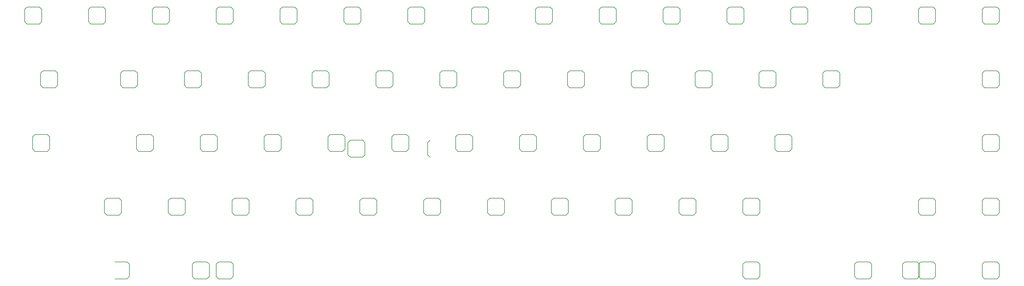
<source format=gbr>
%FSTAX23Y23*%
%MOIN*%
%SFA1B1*%

%IPPOS*%
%ADD145C,0.007870*%
%LNquadcube_65_pcb_mechanical_25-1*%
%LPD*%
G54D145*
X02896Y00936D02*
X03041D01*
X03068Y00909*
Y00764D02*
Y00909D01*
X03041Y00736D02*
X03068Y00764D01*
X02896Y00736D02*
X03041D01*
X02868Y00764D02*
X02896Y00736D01*
X02868Y00764D02*
Y00909D01*
X02896Y00936*
X01021Y02436D02*
X01166D01*
X01193Y02409*
Y02264D02*
Y02409D01*
X01166Y02236D02*
X01193Y02264D01*
X01021Y02236D02*
X01166D01*
X00993Y02264D02*
X01021Y02236D01*
X00993Y02264D02*
Y02409D01*
X01021Y02436*
X01677Y03936D02*
X01822D01*
X0185Y03909*
Y03764D02*
Y03909D01*
X01822Y03736D02*
X0185Y03764D01*
X01677Y03736D02*
X01822D01*
X0165Y03764D02*
X01677Y03736D01*
X0165Y03764D02*
Y03909D01*
X01677Y03936*
X02427D02*
X02572D01*
X026Y03909*
Y03764D02*
Y03909D01*
X02572Y03736D02*
X026Y03764D01*
X02427Y03736D02*
X02572D01*
X024Y03764D02*
X02427Y03736D01*
X024Y03764D02*
Y03909D01*
X02427Y03936*
X03177D02*
X03322D01*
X0335Y03909*
Y03764D02*
Y03909D01*
X03322Y03736D02*
X0335Y03764D01*
X03177Y03736D02*
X03322D01*
X0315Y03764D02*
X03177Y03736D01*
X0315Y03764D02*
Y03909D01*
X03177Y03936*
X03927D02*
X04072D01*
X041Y03909*
Y03764D02*
Y03909D01*
X04072Y03736D02*
X041Y03764D01*
X03927Y03736D02*
X04072D01*
X039Y03764D02*
X03927Y03736D01*
X039Y03764D02*
Y03909D01*
X03927Y03936*
X12177D02*
X12322D01*
X1235Y03909*
Y03764D02*
Y03909D01*
X12322Y03736D02*
X1235Y03764D01*
X12177Y03736D02*
X12322D01*
X1215Y03764D02*
X12177Y03736D01*
X1215Y03764D02*
Y03909D01*
X12177Y03936*
Y00936D02*
X12322D01*
X1235Y00909*
Y00764D02*
Y00909D01*
X12322Y00736D02*
X1235Y00764D01*
X12177Y00736D02*
X12322D01*
X1215Y00764D02*
X12177Y00736D01*
X1215Y00764D02*
Y00909D01*
X12177Y00936*
X11427Y01686D02*
X11572D01*
X116Y01659*
Y01514D02*
Y01659D01*
X11572Y01486D02*
X116Y01514D01*
X11427Y01486D02*
X11572D01*
X114Y01514D02*
X11427Y01486D01*
X114Y01514D02*
Y01659D01*
X11427Y01686*
X09552Y03186D02*
X09697D01*
X09725Y03159*
Y03014D02*
Y03159D01*
X09697Y02986D02*
X09725Y03014D01*
X09552Y02986D02*
X09697D01*
X09525Y03014D02*
X09552Y02986D01*
X09525Y03014D02*
Y03159D01*
X09552Y03186*
X08802D02*
X08947D01*
X08975Y03159*
Y03014D02*
Y03159D01*
X08947Y02986D02*
X08975Y03014D01*
X08802Y02986D02*
X08947D01*
X08775Y03014D02*
X08802Y02986D01*
X08775Y03014D02*
Y03159D01*
X08802Y03186*
X08052D02*
X08197D01*
X08225Y03159*
Y03014D02*
Y03159D01*
X08197Y02986D02*
X08225Y03014D01*
X08052Y02986D02*
X08197D01*
X08025Y03014D02*
X08052Y02986D01*
X08025Y03014D02*
Y03159D01*
X08052Y03186*
X07302D02*
X07447D01*
X07475Y03159*
Y03014D02*
Y03159D01*
X07447Y02986D02*
X07475Y03014D01*
X07302Y02986D02*
X07447D01*
X07275Y03014D02*
X07302Y02986D01*
X07275Y03014D02*
Y03159D01*
X07302Y03186*
X06552D02*
X06697D01*
X06725Y03159*
Y03014D02*
Y03159D01*
X06697Y02986D02*
X06725Y03014D01*
X06552Y02986D02*
X06697D01*
X06525Y03014D02*
X06552Y02986D01*
X06525Y03014D02*
Y03159D01*
X06552Y03186*
X09177Y03936D02*
X09322D01*
X0935Y03909*
Y03764D02*
Y03909D01*
X09322Y03736D02*
X0935Y03764D01*
X09177Y03736D02*
X09322D01*
X0915Y03764D02*
X09177Y03736D01*
X0915Y03764D02*
Y03909D01*
X09177Y03936*
X09927D02*
X10072D01*
X101Y03909*
Y03764D02*
Y03909D01*
X10072Y03736D02*
X101Y03764D01*
X09927Y03736D02*
X10072D01*
X099Y03764D02*
X09927Y03736D01*
X099Y03764D02*
Y03909D01*
X09927Y03936*
X08427D02*
X08572D01*
X086Y03909*
Y03764D02*
Y03909D01*
X08572Y03736D02*
X086Y03764D01*
X08427Y03736D02*
X08572D01*
X084Y03764D02*
X08427Y03736D01*
X084Y03764D02*
Y03909D01*
X08427Y03936*
X07677D02*
X07822D01*
X0785Y03909*
Y03764D02*
Y03909D01*
X07822Y03736D02*
X0785Y03764D01*
X07677Y03736D02*
X07822D01*
X0765Y03764D02*
X07677Y03736D01*
X0765Y03764D02*
Y03909D01*
X07677Y03936*
X06927D02*
X07072D01*
X071Y03909*
Y03764D02*
Y03909D01*
X07072Y03736D02*
X071Y03764D01*
X06927Y03736D02*
X07072D01*
X069Y03764D02*
X06927Y03736D01*
X069Y03764D02*
Y03909D01*
X06927Y03936*
X06177D02*
X06322D01*
X0635Y03909*
Y03764D02*
Y03909D01*
X06322Y03736D02*
X0635Y03764D01*
X06177Y03736D02*
X06322D01*
X0615Y03764D02*
X06177Y03736D01*
X0615Y03764D02*
Y03909D01*
X06177Y03936*
X05427D02*
X05572D01*
X056Y03909*
Y03764D02*
Y03909D01*
X05572Y03736D02*
X056Y03764D01*
X05427Y03736D02*
X05572D01*
X054Y03764D02*
X05427Y03736D01*
X054Y03764D02*
Y03909D01*
X05427Y03936*
X04677D02*
X04822D01*
X0485Y03909*
Y03764D02*
Y03909D01*
X04822Y03736D02*
X0485Y03764D01*
X04677Y03736D02*
X04822D01*
X0465Y03764D02*
X04677Y03736D01*
X0465Y03764D02*
Y03909D01*
X04677Y03936*
X05052Y03186D02*
X05197D01*
X05225Y03159*
Y03014D02*
Y03159D01*
X05197Y02986D02*
X05225Y03014D01*
X05052Y02986D02*
X05197D01*
X05025Y03014D02*
X05052Y02986D01*
X05025Y03014D02*
Y03159D01*
X05052Y03186*
X05802D02*
X05947D01*
X05975Y03159*
Y03014D02*
Y03159D01*
X05947Y02986D02*
X05975Y03014D01*
X05802Y02986D02*
X05947D01*
X05775Y03014D02*
X05802Y02986D01*
X05775Y03014D02*
Y03159D01*
X05802Y03186*
X04302D02*
X04447D01*
X04475Y03159*
Y03014D02*
Y03159D01*
X04447Y02986D02*
X04475Y03014D01*
X04302Y02986D02*
X04447D01*
X04275Y03014D02*
X04302Y02986D01*
X04275Y03014D02*
Y03159D01*
X04302Y03186*
X03552D02*
X03697D01*
X03725Y03159*
Y03014D02*
Y03159D01*
X03697Y02986D02*
X03725Y03014D01*
X03552Y02986D02*
X03697D01*
X03525Y03014D02*
X03552Y02986D01*
X03525Y03014D02*
Y03159D01*
X03552Y03186*
X01115D02*
X01259D01*
X01287Y03159*
Y03014D02*
Y03159D01*
X01259Y02986D02*
X01287Y03014D01*
X01115Y02986D02*
X01259D01*
X01087Y03014D02*
X01115Y02986D01*
X01087Y03014D02*
Y03159D01*
X01115Y03186*
X02052D02*
X02197D01*
X02225Y03159*
Y03014D02*
Y03159D01*
X02197Y02986D02*
X02225Y03014D01*
X02052Y02986D02*
X02197D01*
X02025Y03014D02*
X02052Y02986D01*
X02025Y03014D02*
Y03159D01*
X02052Y03186*
X02802D02*
X02947D01*
X02975Y03159*
Y03014D02*
Y03159D01*
X02947Y02986D02*
X02975Y03014D01*
X02802Y02986D02*
X02947D01*
X02775Y03014D02*
X02802Y02986D01*
X02775Y03014D02*
Y03159D01*
X02802Y03186*
X0224Y02436D02*
X02384D01*
X02412Y02409*
Y02264D02*
Y02409D01*
X02384Y02236D02*
X02412Y02264D01*
X0224Y02236D02*
X02384D01*
X02212Y02264D02*
X0224Y02236D01*
X02212Y02264D02*
Y02409D01*
X0224Y02436*
X0299D02*
X03134D01*
X03162Y02409*
Y02264D02*
Y02409D01*
X03134Y02236D02*
X03162Y02264D01*
X0299Y02236D02*
X03134D01*
X02962Y02264D02*
X0299Y02236D01*
X02962Y02264D02*
Y02409D01*
X0299Y02436*
X0374D02*
X03884D01*
X03912Y02409*
Y02264D02*
Y02409D01*
X03884Y02236D02*
X03912Y02264D01*
X0374Y02236D02*
X03884D01*
X03712Y02264D02*
X0374Y02236D01*
X03712Y02264D02*
Y02409D01*
X0374Y02436*
X0449D02*
X04634D01*
X04662Y02409*
Y02264D02*
Y02409D01*
X04634Y02236D02*
X04662Y02264D01*
X0449Y02236D02*
X04634D01*
X04462Y02264D02*
X0449Y02236D01*
X04462Y02264D02*
Y02409D01*
X0449Y02436*
X0524D02*
X05384D01*
X05412Y02409*
Y02264D02*
Y02409D01*
X05384Y02236D02*
X05412Y02264D01*
X0524Y02236D02*
X05384D01*
X05212Y02264D02*
X0524Y02236D01*
X05212Y02264D02*
Y02409D01*
X0524Y02436*
X0599D02*
X06134D01*
X06162Y02409*
Y02264D02*
Y02409D01*
X06134Y02236D02*
X06162Y02264D01*
X0599Y02236D02*
X06134D01*
X05962Y02264D02*
X0599Y02236D01*
X05962Y02264D02*
Y02409D01*
X0599Y02436*
X0674D02*
X06884D01*
X06912Y02409*
Y02264D02*
Y02409D01*
X06884Y02236D02*
X06912Y02264D01*
X0674Y02236D02*
X06884D01*
X06712Y02264D02*
X0674Y02236D01*
X06712Y02264D02*
Y02409D01*
X0674Y02436*
X0749D02*
X07634D01*
X07662Y02409*
Y02264D02*
Y02409D01*
X07634Y02236D02*
X07662Y02264D01*
X0749Y02236D02*
X07634D01*
X07462Y02264D02*
X0749Y02236D01*
X07462Y02264D02*
Y02409D01*
X0749Y02436*
X0824D02*
X08384D01*
X08412Y02409*
Y02264D02*
Y02409D01*
X08384Y02236D02*
X08412Y02264D01*
X0824Y02236D02*
X08384D01*
X08212Y02264D02*
X0824Y02236D01*
X08212Y02264D02*
Y02409D01*
X0824Y02436*
X0899D02*
X09134D01*
X09162Y02409*
Y02264D02*
Y02409D01*
X09134Y02236D02*
X09162Y02264D01*
X0899Y02236D02*
X09134D01*
X08962Y02264D02*
X0899Y02236D01*
X08962Y02264D02*
Y02409D01*
X0899Y02436*
X0974D02*
X09884D01*
X09912Y02409*
Y02264D02*
Y02409D01*
X09884Y02236D02*
X09912Y02264D01*
X0974Y02236D02*
X09884D01*
X09712Y02264D02*
X0974Y02236D01*
X09712Y02264D02*
Y02409D01*
X0974Y02436*
X10302Y03186D02*
X10447D01*
X10475Y03159*
Y03014D02*
Y03159D01*
X10447Y02986D02*
X10475Y03014D01*
X10302Y02986D02*
X10447D01*
X10275Y03014D02*
X10302Y02986D01*
X10275Y03014D02*
Y03159D01*
X10302Y03186*
X12177Y01686D02*
X12322D01*
X1235Y01659*
Y01514D02*
Y01659D01*
X12322Y01486D02*
X1235Y01514D01*
X12177Y01486D02*
X12322D01*
X1215Y01514D02*
X12177Y01486D01*
X1215Y01514D02*
Y01659D01*
X12177Y01686*
X09365D02*
X09509D01*
X09537Y01659*
Y01514D02*
Y01659D01*
X09509Y01486D02*
X09537Y01514D01*
X09365Y01486D02*
X09509D01*
X09337Y01514D02*
X09365Y01486D01*
X09337Y01514D02*
Y01659D01*
X09365Y01686*
X08615D02*
X08759D01*
X08787Y01659*
Y01514D02*
Y01659D01*
X08759Y01486D02*
X08787Y01514D01*
X08615Y01486D02*
X08759D01*
X08587Y01514D02*
X08615Y01486D01*
X08587Y01514D02*
Y01659D01*
X08615Y01686*
X07865D02*
X08009D01*
X08037Y01659*
Y01514D02*
Y01659D01*
X08009Y01486D02*
X08037Y01514D01*
X07865Y01486D02*
X08009D01*
X07837Y01514D02*
X07865Y01486D01*
X07837Y01514D02*
Y01659D01*
X07865Y01686*
X07115D02*
X07259D01*
X07287Y01659*
Y01514D02*
Y01659D01*
X07259Y01486D02*
X07287Y01514D01*
X07115Y01486D02*
X07259D01*
X07087Y01514D02*
X07115Y01486D01*
X07087Y01514D02*
Y01659D01*
X07115Y01686*
X06365D02*
X06509D01*
X06537Y01659*
Y01514D02*
Y01659D01*
X06509Y01486D02*
X06537Y01514D01*
X06365Y01486D02*
X06509D01*
X06337Y01514D02*
X06365Y01486D01*
X06337Y01514D02*
Y01659D01*
X06365Y01686*
X02615D02*
X02759D01*
X02787Y01659*
Y01514D02*
Y01659D01*
X02759Y01486D02*
X02787Y01514D01*
X02615Y01486D02*
X02759D01*
X02587Y01514D02*
X02615Y01486D01*
X02587Y01514D02*
Y01659D01*
X02615Y01686*
X03365D02*
X03509D01*
X03537Y01659*
Y01514D02*
Y01659D01*
X03509Y01486D02*
X03537Y01514D01*
X03365Y01486D02*
X03509D01*
X03337Y01514D02*
X03365Y01486D01*
X03337Y01514D02*
Y01659D01*
X03365Y01686*
X04115D02*
X04259D01*
X04287Y01659*
Y01514D02*
Y01659D01*
X04259Y01486D02*
X04287Y01514D01*
X04115Y01486D02*
X04259D01*
X04087Y01514D02*
X04115Y01486D01*
X04087Y01514D02*
Y01659D01*
X04115Y01686*
X04865D02*
X05009D01*
X05037Y01659*
Y01514D02*
Y01659D01*
X05009Y01486D02*
X05037Y01514D01*
X04865Y01486D02*
X05009D01*
X04837Y01514D02*
X04865Y01486D01*
X04837Y01514D02*
Y01659D01*
X04865Y01686*
X05615D02*
X05759D01*
X05787Y01659*
Y01514D02*
Y01659D01*
X05759Y01486D02*
X05787Y01514D01*
X05615Y01486D02*
X05759D01*
X05587Y01514D02*
X05615Y01486D01*
X05587Y01514D02*
Y01659D01*
X05615Y01686*
X10677Y03936D02*
X10822D01*
X1085Y03909*
Y03764D02*
Y03909D01*
X10822Y03736D02*
X1085Y03764D01*
X10677Y03736D02*
X10822D01*
X1065Y03764D02*
X10677Y03736D01*
X1065Y03764D02*
Y03909D01*
X10677Y03936*
X11427D02*
X11572D01*
X116Y03909*
Y03764D02*
Y03909D01*
X11572Y03736D02*
X116Y03764D01*
X11427Y03736D02*
X11572D01*
X114Y03764D02*
X11427Y03736D01*
X114Y03764D02*
Y03909D01*
X11427Y03936*
X09365Y00936D02*
X09509D01*
X09537Y00909*
Y00764D02*
Y00909D01*
X09509Y00736D02*
X09537Y00764D01*
X09365Y00736D02*
X09509D01*
X09337Y00764D02*
X09365Y00736D01*
X09337Y00764D02*
Y00909D01*
X09365Y00936*
X03177D02*
X03322D01*
X0335Y00909*
Y00764D02*
Y00909D01*
X03322Y00736D02*
X0335Y00764D01*
X03177Y00736D02*
X03322D01*
X0315Y00764D02*
X03177Y00736D01*
X0315Y00764D02*
Y00909D01*
X03177Y00936*
X01958D02*
X02103D01*
X02131Y00909*
Y00764D02*
Y00909D01*
X02103Y00736D02*
X02131Y00764D01*
X01958Y00736D02*
X02103D01*
X05634Y02194D02*
X05662Y02167D01*
X05634Y02194D02*
Y02339D01*
X05662Y02367*
X10677Y00936D02*
X10822D01*
X1085Y00909*
Y00764D02*
Y00909D01*
X10822Y00736D02*
X1085Y00764D01*
X10677Y00736D02*
X10822D01*
X1065Y00764D02*
X10677Y00736D01*
X1065Y00764D02*
Y00909D01*
X10677Y00936*
X11427D02*
X11572D01*
X116Y00909*
Y00764D02*
Y00909D01*
X11572Y00736D02*
X116Y00764D01*
X11427Y00736D02*
X11572D01*
X114Y00764D02*
X11427Y00736D01*
X114Y00764D02*
Y00909D01*
X11427Y00936*
X04725Y02367D02*
X04869D01*
X04897Y02339*
Y02194D02*
Y02339D01*
X04869Y02167D02*
X04897Y02194D01*
X04725Y02167D02*
X04869D01*
X04697Y02194D02*
X04725Y02167D01*
X04697Y02194D02*
Y02339D01*
X04725Y02367*
X01865Y01686D02*
X02009D01*
X02037Y01659*
Y01514D02*
Y01659D01*
X02009Y01486D02*
X02037Y01514D01*
X01865Y01486D02*
X02009D01*
X01837Y01514D02*
X01865Y01486D01*
X01837Y01514D02*
Y01659D01*
X01865Y01686*
X00927Y03936D02*
X01072D01*
X011Y03909*
Y03764D02*
Y03909D01*
X01072Y03736D02*
X011Y03764D01*
X00927Y03736D02*
X01072D01*
X009Y03764D02*
X00927Y03736D01*
X009Y03764D02*
Y03909D01*
X00927Y03936*
X1124Y00936D02*
X11384D01*
X11412Y00909*
Y00764D02*
Y00909D01*
X11384Y00736D02*
X11412Y00764D01*
X1124Y00736D02*
X11384D01*
X11212Y00764D02*
X1124Y00736D01*
X11212Y00764D02*
Y00909D01*
X1124Y00936*
X12177Y03186D02*
X12322D01*
X1235Y03159*
Y03014D02*
Y03159D01*
X12322Y02986D02*
X1235Y03014D01*
X12177Y02986D02*
X12322D01*
X1215Y03014D02*
X12177Y02986D01*
X1215Y03014D02*
Y03159D01*
X12177Y03186*
Y02436D02*
X12322D01*
X1235Y02409*
Y02264D02*
Y02409D01*
X12322Y02236D02*
X1235Y02264D01*
X12177Y02236D02*
X12322D01*
X1215Y02264D02*
X12177Y02236D01*
X1215Y02264D02*
Y02409D01*
X12177Y02436*
M02*
</source>
